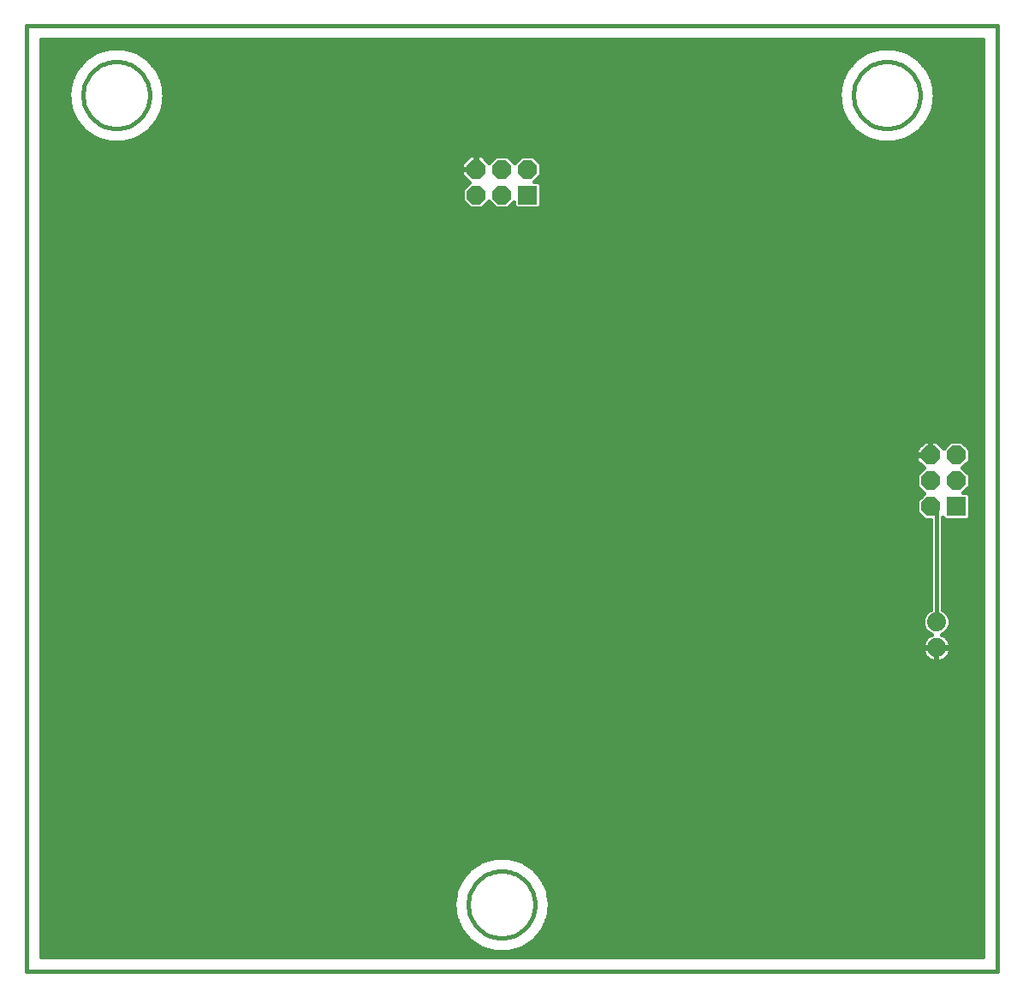
<source format=gtl>
G75*
%MOIN*%
%OFA0B0*%
%FSLAX24Y24*%
%IPPOS*%
%LPD*%
%AMOC8*
5,1,8,0,0,1.08239X$1,22.5*
%
%ADD10C,0.0160*%
%ADD11R,0.0740X0.0740*%
%ADD12OC8,0.0740*%
%ADD13C,0.0740*%
%ADD14C,0.0475*%
D10*
X000574Y000377D02*
X000574Y037188D01*
X038369Y037188D01*
X038369Y000377D01*
X000574Y000377D01*
X001134Y000937D02*
X001134Y036628D01*
X037809Y036628D01*
X037809Y000937D01*
X001134Y000937D01*
X001134Y001095D02*
X037809Y001095D01*
X037809Y001254D02*
X019760Y001254D01*
X019850Y001280D02*
X019850Y001280D01*
X020295Y001566D01*
X020295Y001566D01*
X020295Y001566D01*
X020642Y001966D01*
X020862Y002448D01*
X020937Y002971D01*
X020862Y003495D01*
X020642Y003977D01*
X020295Y004376D01*
X019850Y004663D01*
X019342Y004812D01*
X018813Y004812D01*
X018305Y004663D01*
X017860Y004376D01*
X017514Y003977D01*
X017514Y003977D01*
X017294Y003495D01*
X017218Y002971D01*
X017294Y002448D01*
X017294Y002448D01*
X017514Y001966D01*
X017860Y001566D01*
X018305Y001280D01*
X018305Y001280D01*
X018813Y001131D01*
X019342Y001131D01*
X019850Y001280D01*
X020056Y001412D02*
X037809Y001412D01*
X037809Y001571D02*
X020299Y001571D01*
X020436Y001729D02*
X037809Y001729D01*
X037809Y001888D02*
X020574Y001888D01*
X020642Y001966D02*
X020642Y001966D01*
X020678Y002046D02*
X037809Y002046D01*
X037809Y002205D02*
X020751Y002205D01*
X020823Y002363D02*
X037809Y002363D01*
X037809Y002522D02*
X020872Y002522D01*
X020862Y002448D02*
X020862Y002448D01*
X020895Y002680D02*
X037809Y002680D01*
X037809Y002839D02*
X020918Y002839D01*
X020933Y002997D02*
X037809Y002997D01*
X037809Y003156D02*
X020910Y003156D01*
X020888Y003314D02*
X037809Y003314D01*
X037809Y003473D02*
X020865Y003473D01*
X020862Y003495D02*
X020862Y003495D01*
X020799Y003631D02*
X037809Y003631D01*
X037809Y003790D02*
X020727Y003790D01*
X020655Y003948D02*
X037809Y003948D01*
X037809Y004107D02*
X020529Y004107D01*
X020642Y003977D02*
X020642Y003977D01*
X020391Y004265D02*
X037809Y004265D01*
X037809Y004424D02*
X020221Y004424D01*
X020295Y004376D02*
X020295Y004376D01*
X019975Y004582D02*
X037809Y004582D01*
X037809Y004741D02*
X019583Y004741D01*
X019850Y004663D02*
X019850Y004663D01*
X018572Y004741D02*
X001134Y004741D01*
X001134Y004899D02*
X037809Y004899D01*
X037809Y005058D02*
X001134Y005058D01*
X001134Y005216D02*
X037809Y005216D01*
X037809Y005375D02*
X001134Y005375D01*
X001134Y005533D02*
X037809Y005533D01*
X037809Y005692D02*
X001134Y005692D01*
X001134Y005850D02*
X037809Y005850D01*
X037809Y006009D02*
X001134Y006009D01*
X001134Y006167D02*
X037809Y006167D01*
X037809Y006326D02*
X001134Y006326D01*
X001134Y006484D02*
X037809Y006484D01*
X037809Y006643D02*
X001134Y006643D01*
X001134Y006801D02*
X037809Y006801D01*
X037809Y006960D02*
X001134Y006960D01*
X001134Y007118D02*
X037809Y007118D01*
X037809Y007277D02*
X001134Y007277D01*
X001134Y007435D02*
X037809Y007435D01*
X037809Y007594D02*
X001134Y007594D01*
X001134Y007752D02*
X037809Y007752D01*
X037809Y007911D02*
X001134Y007911D01*
X001134Y008069D02*
X037809Y008069D01*
X037809Y008228D02*
X001134Y008228D01*
X001134Y008386D02*
X037809Y008386D01*
X037809Y008545D02*
X001134Y008545D01*
X001134Y008703D02*
X037809Y008703D01*
X037809Y008862D02*
X001134Y008862D01*
X001134Y009020D02*
X037809Y009020D01*
X037809Y009179D02*
X001134Y009179D01*
X001134Y009337D02*
X037809Y009337D01*
X037809Y009496D02*
X001134Y009496D01*
X001134Y009654D02*
X037809Y009654D01*
X037809Y009813D02*
X001134Y009813D01*
X001134Y009971D02*
X037809Y009971D01*
X037809Y010130D02*
X001134Y010130D01*
X001134Y010288D02*
X037809Y010288D01*
X037809Y010447D02*
X001134Y010447D01*
X001134Y010605D02*
X037809Y010605D01*
X037809Y010764D02*
X001134Y010764D01*
X001134Y010922D02*
X037809Y010922D01*
X037809Y011081D02*
X001134Y011081D01*
X001134Y011239D02*
X037809Y011239D01*
X037809Y011398D02*
X001134Y011398D01*
X001134Y011556D02*
X037809Y011556D01*
X037809Y011715D02*
X001134Y011715D01*
X001134Y011873D02*
X037809Y011873D01*
X037809Y012032D02*
X001134Y012032D01*
X001134Y012190D02*
X037809Y012190D01*
X037809Y012349D02*
X001134Y012349D01*
X001134Y012507D02*
X035715Y012507D01*
X035719Y012505D02*
X035796Y012466D01*
X035878Y012439D01*
X035963Y012425D01*
X035987Y012425D01*
X035987Y012955D01*
X036027Y012955D01*
X036027Y012995D01*
X036557Y012995D01*
X036557Y013019D01*
X036543Y013104D01*
X036516Y013186D01*
X036477Y013264D01*
X036426Y013334D01*
X036365Y013395D01*
X036295Y013446D01*
X036218Y013485D01*
X036212Y013487D01*
X036307Y013526D01*
X036456Y013675D01*
X036537Y013870D01*
X036537Y014081D01*
X036456Y014275D01*
X036307Y014425D01*
X036247Y014450D01*
X036247Y018029D01*
X036334Y017941D01*
X037207Y017941D01*
X037301Y018035D01*
X037301Y018908D01*
X037207Y019001D01*
X037050Y019001D01*
X037301Y019252D01*
X037301Y019691D01*
X037020Y019971D01*
X037301Y020252D01*
X037301Y020691D01*
X036990Y021001D01*
X036551Y021001D01*
X036285Y020735D01*
X035998Y021021D01*
X035791Y021021D01*
X035791Y020491D01*
X035751Y020491D01*
X035751Y020451D01*
X035221Y020451D01*
X035221Y020244D01*
X035507Y019957D01*
X035241Y019691D01*
X035241Y019252D01*
X035521Y018971D01*
X035241Y018691D01*
X035241Y018252D01*
X035551Y017941D01*
X035767Y017941D01*
X035767Y014450D01*
X035707Y014425D01*
X035557Y014275D01*
X035477Y014081D01*
X035477Y013870D01*
X035557Y013675D01*
X035707Y013526D01*
X035801Y013487D01*
X035796Y013485D01*
X035719Y013446D01*
X035648Y013395D01*
X035587Y013334D01*
X035536Y013264D01*
X035497Y013186D01*
X035470Y013104D01*
X035457Y013019D01*
X035457Y012995D01*
X035987Y012995D01*
X035987Y012955D01*
X035457Y012955D01*
X035457Y012932D01*
X035470Y012846D01*
X035497Y012764D01*
X035536Y012687D01*
X035587Y012617D01*
X035648Y012556D01*
X035719Y012505D01*
X035552Y012666D02*
X001134Y012666D01*
X001134Y012824D02*
X035478Y012824D01*
X035482Y013141D02*
X001134Y013141D01*
X001134Y012983D02*
X035987Y012983D01*
X036027Y012983D02*
X037809Y012983D01*
X037809Y013141D02*
X036531Y013141D01*
X036451Y013300D02*
X037809Y013300D01*
X037809Y013458D02*
X036270Y013458D01*
X036398Y013617D02*
X037809Y013617D01*
X037809Y013775D02*
X036498Y013775D01*
X036537Y013934D02*
X037809Y013934D01*
X037809Y014092D02*
X036532Y014092D01*
X036466Y014251D02*
X037809Y014251D01*
X037809Y014409D02*
X036322Y014409D01*
X036247Y014568D02*
X037809Y014568D01*
X037809Y014726D02*
X036247Y014726D01*
X036247Y014885D02*
X037809Y014885D01*
X037809Y015043D02*
X036247Y015043D01*
X036247Y015202D02*
X037809Y015202D01*
X037809Y015360D02*
X036247Y015360D01*
X036247Y015519D02*
X037809Y015519D01*
X037809Y015677D02*
X036247Y015677D01*
X036247Y015836D02*
X037809Y015836D01*
X037809Y015994D02*
X036247Y015994D01*
X036247Y016153D02*
X037809Y016153D01*
X037809Y016311D02*
X036247Y016311D01*
X036247Y016470D02*
X037809Y016470D01*
X037809Y016628D02*
X036247Y016628D01*
X036247Y016787D02*
X037809Y016787D01*
X037809Y016945D02*
X036247Y016945D01*
X036247Y017104D02*
X037809Y017104D01*
X037809Y017262D02*
X036247Y017262D01*
X036247Y017421D02*
X037809Y017421D01*
X037809Y017579D02*
X036247Y017579D01*
X036247Y017738D02*
X037809Y017738D01*
X037809Y017896D02*
X036247Y017896D01*
X036007Y018235D02*
X035771Y018471D01*
X036007Y018235D02*
X036007Y013975D01*
X035516Y013775D02*
X001134Y013775D01*
X001134Y013617D02*
X035616Y013617D01*
X035743Y013458D02*
X001134Y013458D01*
X001134Y013300D02*
X035563Y013300D01*
X036027Y012955D02*
X036027Y012425D01*
X036050Y012425D01*
X036136Y012439D01*
X036218Y012466D01*
X036295Y012505D01*
X036365Y012556D01*
X036426Y012617D01*
X036477Y012687D01*
X036516Y012764D01*
X036543Y012846D01*
X036557Y012932D01*
X036557Y012955D01*
X036027Y012955D01*
X036027Y012824D02*
X035987Y012824D01*
X035987Y012666D02*
X036027Y012666D01*
X036027Y012507D02*
X035987Y012507D01*
X036298Y012507D02*
X037809Y012507D01*
X037809Y012666D02*
X036462Y012666D01*
X036536Y012824D02*
X037809Y012824D01*
X035477Y013934D02*
X001134Y013934D01*
X001134Y014092D02*
X035482Y014092D01*
X035547Y014251D02*
X001134Y014251D01*
X001134Y014409D02*
X035691Y014409D01*
X035767Y014568D02*
X001134Y014568D01*
X001134Y014726D02*
X035767Y014726D01*
X035767Y014885D02*
X001134Y014885D01*
X001134Y015043D02*
X035767Y015043D01*
X035767Y015202D02*
X001134Y015202D01*
X001134Y015360D02*
X035767Y015360D01*
X035767Y015519D02*
X001134Y015519D01*
X001134Y015677D02*
X035767Y015677D01*
X035767Y015836D02*
X001134Y015836D01*
X001134Y015994D02*
X035767Y015994D01*
X035767Y016153D02*
X001134Y016153D01*
X001134Y016311D02*
X035767Y016311D01*
X035767Y016470D02*
X001134Y016470D01*
X001134Y016628D02*
X035767Y016628D01*
X035767Y016787D02*
X001134Y016787D01*
X001134Y016945D02*
X035767Y016945D01*
X035767Y017104D02*
X001134Y017104D01*
X001134Y017262D02*
X035767Y017262D01*
X035767Y017421D02*
X001134Y017421D01*
X001134Y017579D02*
X035767Y017579D01*
X035767Y017738D02*
X001134Y017738D01*
X001134Y017896D02*
X035767Y017896D01*
X035438Y018055D02*
X001134Y018055D01*
X001134Y018213D02*
X035279Y018213D01*
X035241Y018372D02*
X001134Y018372D01*
X001134Y018530D02*
X035241Y018530D01*
X035241Y018689D02*
X001134Y018689D01*
X001134Y018847D02*
X035397Y018847D01*
X035487Y019006D02*
X001134Y019006D01*
X001134Y019164D02*
X035328Y019164D01*
X035241Y019323D02*
X001134Y019323D01*
X001134Y019481D02*
X035241Y019481D01*
X035241Y019640D02*
X001134Y019640D01*
X001134Y019798D02*
X035348Y019798D01*
X035507Y019957D02*
X001134Y019957D01*
X001134Y020115D02*
X035349Y020115D01*
X035221Y020274D02*
X001134Y020274D01*
X001134Y020432D02*
X035221Y020432D01*
X035221Y020491D02*
X035751Y020491D01*
X035751Y021021D01*
X035543Y021021D01*
X035221Y020699D01*
X035221Y020491D01*
X035221Y020591D02*
X001134Y020591D01*
X001134Y020749D02*
X035271Y020749D01*
X035429Y020908D02*
X001134Y020908D01*
X001134Y021066D02*
X037809Y021066D01*
X037809Y020908D02*
X037084Y020908D01*
X037242Y020749D02*
X037809Y020749D01*
X037809Y020591D02*
X037301Y020591D01*
X037301Y020432D02*
X037809Y020432D01*
X037809Y020274D02*
X037301Y020274D01*
X037164Y020115D02*
X037809Y020115D01*
X037809Y019957D02*
X037035Y019957D01*
X037193Y019798D02*
X037809Y019798D01*
X037809Y019640D02*
X037301Y019640D01*
X037301Y019481D02*
X037809Y019481D01*
X037809Y019323D02*
X037301Y019323D01*
X037213Y019164D02*
X037809Y019164D01*
X037809Y019006D02*
X037055Y019006D01*
X037301Y018847D02*
X037809Y018847D01*
X037809Y018689D02*
X037301Y018689D01*
X037301Y018530D02*
X037809Y018530D01*
X037809Y018372D02*
X037301Y018372D01*
X037301Y018213D02*
X037809Y018213D01*
X037809Y018055D02*
X037301Y018055D01*
X036299Y020749D02*
X036270Y020749D01*
X036112Y020908D02*
X036458Y020908D01*
X035791Y020908D02*
X035751Y020908D01*
X035751Y020749D02*
X035791Y020749D01*
X035791Y020591D02*
X035751Y020591D01*
X037809Y021225D02*
X001134Y021225D01*
X001134Y021383D02*
X037809Y021383D01*
X037809Y021542D02*
X001134Y021542D01*
X001134Y021700D02*
X037809Y021700D01*
X037809Y021859D02*
X001134Y021859D01*
X001134Y022017D02*
X037809Y022017D01*
X037809Y022176D02*
X001134Y022176D01*
X001134Y022334D02*
X037809Y022334D01*
X037809Y022493D02*
X001134Y022493D01*
X001134Y022651D02*
X037809Y022651D01*
X037809Y022810D02*
X001134Y022810D01*
X001134Y022968D02*
X037809Y022968D01*
X037809Y023127D02*
X001134Y023127D01*
X001134Y023285D02*
X037809Y023285D01*
X037809Y023444D02*
X001134Y023444D01*
X001134Y023602D02*
X037809Y023602D01*
X037809Y023761D02*
X001134Y023761D01*
X001134Y023919D02*
X037809Y023919D01*
X037809Y024078D02*
X001134Y024078D01*
X001134Y024236D02*
X037809Y024236D01*
X037809Y024395D02*
X001134Y024395D01*
X001134Y024553D02*
X037809Y024553D01*
X037809Y024712D02*
X001134Y024712D01*
X001134Y024870D02*
X037809Y024870D01*
X037809Y025029D02*
X001134Y025029D01*
X001134Y025187D02*
X037809Y025187D01*
X037809Y025346D02*
X001134Y025346D01*
X001134Y025504D02*
X037809Y025504D01*
X037809Y025663D02*
X001134Y025663D01*
X001134Y025821D02*
X037809Y025821D01*
X037809Y025980D02*
X001134Y025980D01*
X001134Y026138D02*
X037809Y026138D01*
X037809Y026297D02*
X001134Y026297D01*
X001134Y026455D02*
X037809Y026455D01*
X037809Y026614D02*
X001134Y026614D01*
X001134Y026772D02*
X037809Y026772D01*
X037809Y026931D02*
X001134Y026931D01*
X001134Y027089D02*
X037809Y027089D01*
X037809Y027248D02*
X001134Y027248D01*
X001134Y027406D02*
X037809Y027406D01*
X037809Y027565D02*
X001134Y027565D01*
X001134Y027723D02*
X037809Y027723D01*
X037809Y027882D02*
X001134Y027882D01*
X001134Y028040D02*
X037809Y028040D01*
X037809Y028199D02*
X001134Y028199D01*
X001134Y028357D02*
X037809Y028357D01*
X037809Y028516D02*
X001134Y028516D01*
X001134Y028674D02*
X037809Y028674D01*
X037809Y028833D02*
X001134Y028833D01*
X001134Y028991D02*
X037809Y028991D01*
X037809Y029150D02*
X001134Y029150D01*
X001134Y029308D02*
X037809Y029308D01*
X037809Y029467D02*
X001134Y029467D01*
X001134Y029625D02*
X037809Y029625D01*
X037809Y029784D02*
X001134Y029784D01*
X001134Y029942D02*
X037809Y029942D01*
X037809Y030101D02*
X020559Y030101D01*
X020514Y030056D02*
X020608Y030149D01*
X020608Y031022D01*
X020514Y031116D01*
X020357Y031116D01*
X020608Y031366D01*
X020608Y031805D01*
X020297Y032116D01*
X019858Y032116D01*
X019578Y031835D01*
X019297Y032116D01*
X018858Y032116D01*
X018592Y031849D01*
X018305Y032136D01*
X018098Y032136D01*
X018098Y031606D01*
X018058Y031606D01*
X018058Y032136D01*
X017850Y032136D01*
X017528Y031813D01*
X017528Y031606D01*
X018058Y031606D01*
X018058Y031566D01*
X017528Y031566D01*
X017528Y031358D01*
X017814Y031071D01*
X017548Y030805D01*
X017548Y030366D01*
X017858Y030056D01*
X018297Y030056D01*
X018578Y030336D01*
X018858Y030056D01*
X019297Y030056D01*
X019548Y030306D01*
X019548Y030149D01*
X019641Y030056D01*
X020514Y030056D01*
X020608Y030259D02*
X037809Y030259D01*
X037809Y030418D02*
X020608Y030418D01*
X020608Y030576D02*
X037809Y030576D01*
X037809Y030735D02*
X020608Y030735D01*
X020608Y030893D02*
X037809Y030893D01*
X037809Y031052D02*
X020578Y031052D01*
X020452Y031210D02*
X037809Y031210D01*
X037809Y031369D02*
X020608Y031369D01*
X020608Y031527D02*
X037809Y031527D01*
X037809Y031686D02*
X020608Y031686D01*
X020568Y031844D02*
X037809Y031844D01*
X037809Y032003D02*
X020410Y032003D01*
X019745Y032003D02*
X019410Y032003D01*
X019568Y031844D02*
X019587Y031844D01*
X018745Y032003D02*
X018438Y032003D01*
X018098Y032003D02*
X018058Y032003D01*
X018058Y031844D02*
X018098Y031844D01*
X018098Y031686D02*
X018058Y031686D01*
X017717Y032003D02*
X001134Y032003D01*
X001134Y032161D02*
X037809Y032161D01*
X037809Y032320D02*
X001134Y032320D01*
X001134Y032478D02*
X037809Y032478D01*
X037809Y032637D02*
X034362Y032637D01*
X034342Y032631D02*
X034850Y032780D01*
X035295Y033066D01*
X035295Y033066D01*
X035295Y033066D01*
X035642Y033466D01*
X035862Y033948D01*
X035937Y034471D01*
X035862Y034995D01*
X035642Y035477D01*
X035295Y035876D01*
X034850Y036163D01*
X034342Y036312D01*
X033813Y036312D01*
X033305Y036163D01*
X032860Y035876D01*
X032514Y035477D01*
X032294Y034995D01*
X032218Y034471D01*
X032294Y033948D01*
X032294Y033948D01*
X032514Y033466D01*
X032860Y033066D01*
X033305Y032780D01*
X033305Y032780D01*
X033813Y032631D01*
X034342Y032631D01*
X034850Y032780D02*
X034850Y032780D01*
X034874Y032795D02*
X037809Y032795D01*
X037809Y032954D02*
X035120Y032954D01*
X035335Y033112D02*
X037809Y033112D01*
X037809Y033271D02*
X035472Y033271D01*
X035610Y033429D02*
X037809Y033429D01*
X037809Y033588D02*
X035697Y033588D01*
X035642Y033466D02*
X035642Y033466D01*
X035770Y033746D02*
X037809Y033746D01*
X037809Y033905D02*
X035842Y033905D01*
X035862Y033948D02*
X035862Y033948D01*
X035878Y034063D02*
X037809Y034063D01*
X037809Y034222D02*
X035901Y034222D01*
X035924Y034380D02*
X037809Y034380D01*
X037809Y034539D02*
X035927Y034539D01*
X035904Y034697D02*
X037809Y034697D01*
X037809Y034856D02*
X035882Y034856D01*
X035862Y034995D02*
X035862Y034995D01*
X035853Y035014D02*
X037809Y035014D01*
X037809Y035173D02*
X035780Y035173D01*
X035708Y035331D02*
X037809Y035331D01*
X037809Y035490D02*
X035630Y035490D01*
X035642Y035477D02*
X035642Y035477D01*
X035493Y035648D02*
X037809Y035648D01*
X037809Y035807D02*
X035355Y035807D01*
X035295Y035876D02*
X035295Y035876D01*
X035157Y035965D02*
X037809Y035965D01*
X037809Y036124D02*
X034910Y036124D01*
X034850Y036163D02*
X034850Y036163D01*
X034442Y036282D02*
X037809Y036282D01*
X037809Y036441D02*
X001134Y036441D01*
X001134Y036599D02*
X037809Y036599D01*
X032779Y034471D02*
X032781Y034543D01*
X032787Y034614D01*
X032797Y034685D01*
X032810Y034755D01*
X032828Y034824D01*
X032849Y034893D01*
X032874Y034960D01*
X032903Y035025D01*
X032936Y035089D01*
X032971Y035151D01*
X033011Y035211D01*
X033053Y035269D01*
X033098Y035324D01*
X033147Y035377D01*
X033198Y035427D01*
X033252Y035474D01*
X033309Y035518D01*
X033368Y035558D01*
X033428Y035596D01*
X033491Y035630D01*
X033556Y035661D01*
X033623Y035688D01*
X033690Y035711D01*
X033759Y035730D01*
X033829Y035746D01*
X033900Y035758D01*
X033971Y035766D01*
X034042Y035770D01*
X034114Y035770D01*
X034185Y035766D01*
X034256Y035758D01*
X034327Y035746D01*
X034397Y035730D01*
X034466Y035711D01*
X034533Y035688D01*
X034600Y035661D01*
X034665Y035630D01*
X034727Y035596D01*
X034788Y035558D01*
X034847Y035518D01*
X034904Y035474D01*
X034958Y035427D01*
X035009Y035377D01*
X035058Y035324D01*
X035103Y035269D01*
X035145Y035211D01*
X035185Y035151D01*
X035220Y035089D01*
X035253Y035025D01*
X035282Y034960D01*
X035307Y034893D01*
X035328Y034824D01*
X035346Y034755D01*
X035359Y034685D01*
X035369Y034614D01*
X035375Y034543D01*
X035377Y034471D01*
X035375Y034399D01*
X035369Y034328D01*
X035359Y034257D01*
X035346Y034187D01*
X035328Y034118D01*
X035307Y034049D01*
X035282Y033982D01*
X035253Y033917D01*
X035220Y033853D01*
X035185Y033791D01*
X035145Y033731D01*
X035103Y033673D01*
X035058Y033618D01*
X035009Y033565D01*
X034958Y033515D01*
X034904Y033468D01*
X034847Y033424D01*
X034788Y033384D01*
X034728Y033346D01*
X034665Y033312D01*
X034600Y033281D01*
X034533Y033254D01*
X034466Y033231D01*
X034397Y033212D01*
X034327Y033196D01*
X034256Y033184D01*
X034185Y033176D01*
X034114Y033172D01*
X034042Y033172D01*
X033971Y033176D01*
X033900Y033184D01*
X033829Y033196D01*
X033759Y033212D01*
X033690Y033231D01*
X033623Y033254D01*
X033556Y033281D01*
X033491Y033312D01*
X033428Y033346D01*
X033368Y033384D01*
X033309Y033424D01*
X033252Y033468D01*
X033198Y033515D01*
X033147Y033565D01*
X033098Y033618D01*
X033053Y033673D01*
X033011Y033731D01*
X032971Y033791D01*
X032936Y033853D01*
X032903Y033917D01*
X032874Y033982D01*
X032849Y034049D01*
X032828Y034118D01*
X032810Y034187D01*
X032797Y034257D01*
X032787Y034328D01*
X032781Y034399D01*
X032779Y034471D01*
X032232Y034380D02*
X005924Y034380D01*
X005937Y034471D02*
X005862Y034995D01*
X005642Y035477D01*
X005295Y035876D01*
X004850Y036163D01*
X004342Y036312D01*
X003813Y036312D01*
X003305Y036163D01*
X002860Y035876D01*
X002514Y035477D01*
X002514Y035477D01*
X002294Y034995D01*
X002218Y034471D01*
X002294Y033948D01*
X002294Y033948D01*
X002514Y033466D01*
X002860Y033066D01*
X003305Y032780D01*
X003305Y032780D01*
X003813Y032631D01*
X004342Y032631D01*
X004850Y032780D01*
X005295Y033066D01*
X005295Y033066D01*
X005295Y033066D01*
X005642Y033466D01*
X005862Y033948D01*
X005937Y034471D01*
X005927Y034539D02*
X032228Y034539D01*
X032218Y034471D02*
X032218Y034471D01*
X032251Y034697D02*
X005904Y034697D01*
X005882Y034856D02*
X032274Y034856D01*
X032303Y035014D02*
X005853Y035014D01*
X005862Y034995D02*
X005862Y034995D01*
X005780Y035173D02*
X032375Y035173D01*
X032447Y035331D02*
X005708Y035331D01*
X005642Y035477D02*
X005642Y035477D01*
X005630Y035490D02*
X032525Y035490D01*
X032662Y035648D02*
X005493Y035648D01*
X005355Y035807D02*
X032800Y035807D01*
X032860Y035876D02*
X032860Y035876D01*
X032998Y035965D02*
X005157Y035965D01*
X005295Y035876D02*
X005295Y035876D01*
X004910Y036124D02*
X033245Y036124D01*
X033305Y036163D02*
X033305Y036163D01*
X033713Y036282D02*
X004442Y036282D01*
X004850Y036163D02*
X004850Y036163D01*
X003713Y036282D02*
X001134Y036282D01*
X001134Y036124D02*
X003245Y036124D01*
X003305Y036163D02*
X003305Y036163D01*
X002998Y035965D02*
X001134Y035965D01*
X001134Y035807D02*
X002800Y035807D01*
X002860Y035876D02*
X002860Y035876D01*
X002860Y035876D01*
X002662Y035648D02*
X001134Y035648D01*
X001134Y035490D02*
X002525Y035490D01*
X002447Y035331D02*
X001134Y035331D01*
X001134Y035173D02*
X002375Y035173D01*
X002303Y035014D02*
X001134Y035014D01*
X001134Y034856D02*
X002274Y034856D01*
X002294Y034995D02*
X002294Y034995D01*
X002251Y034697D02*
X001134Y034697D01*
X001134Y034539D02*
X002228Y034539D01*
X002218Y034471D02*
X002218Y034471D01*
X002232Y034380D02*
X001134Y034380D01*
X001134Y034222D02*
X002254Y034222D01*
X002277Y034063D02*
X001134Y034063D01*
X001134Y033905D02*
X002313Y033905D01*
X002386Y033746D02*
X001134Y033746D01*
X001134Y033588D02*
X002458Y033588D01*
X002514Y033466D02*
X002514Y033466D01*
X002545Y033429D02*
X001134Y033429D01*
X001134Y033271D02*
X002683Y033271D01*
X002820Y033112D02*
X001134Y033112D01*
X001134Y032954D02*
X003035Y032954D01*
X002860Y033066D02*
X002860Y033066D01*
X003282Y032795D02*
X001134Y032795D01*
X001134Y032637D02*
X003793Y032637D01*
X004362Y032637D02*
X033793Y032637D01*
X033282Y032795D02*
X004874Y032795D01*
X004850Y032780D02*
X004850Y032780D01*
X005120Y032954D02*
X033035Y032954D01*
X032860Y033066D02*
X032860Y033066D01*
X032820Y033112D02*
X005335Y033112D01*
X005472Y033271D02*
X032683Y033271D01*
X032545Y033429D02*
X005610Y033429D01*
X005642Y033466D02*
X005642Y033466D01*
X005697Y033588D02*
X032458Y033588D01*
X032514Y033466D02*
X032514Y033466D01*
X032386Y033746D02*
X005770Y033746D01*
X005842Y033905D02*
X032313Y033905D01*
X032277Y034063D02*
X005878Y034063D01*
X005862Y033948D02*
X005862Y033948D01*
X005901Y034222D02*
X032254Y034222D01*
X019548Y030259D02*
X019501Y030259D01*
X019596Y030101D02*
X019343Y030101D01*
X018813Y030101D02*
X018343Y030101D01*
X018501Y030259D02*
X018654Y030259D01*
X017813Y030101D02*
X001134Y030101D01*
X001134Y030259D02*
X017654Y030259D01*
X017548Y030418D02*
X001134Y030418D01*
X001134Y030576D02*
X017548Y030576D01*
X017548Y030735D02*
X001134Y030735D01*
X001134Y030893D02*
X017636Y030893D01*
X017794Y031052D02*
X001134Y031052D01*
X001134Y031210D02*
X017675Y031210D01*
X017528Y031369D02*
X001134Y031369D01*
X001134Y031527D02*
X017528Y031527D01*
X017528Y031686D02*
X001134Y031686D01*
X001134Y031844D02*
X017559Y031844D01*
X002779Y034471D02*
X002781Y034543D01*
X002787Y034614D01*
X002797Y034685D01*
X002810Y034755D01*
X002828Y034824D01*
X002849Y034893D01*
X002874Y034960D01*
X002903Y035025D01*
X002936Y035089D01*
X002971Y035151D01*
X003011Y035211D01*
X003053Y035269D01*
X003098Y035324D01*
X003147Y035377D01*
X003198Y035427D01*
X003252Y035474D01*
X003309Y035518D01*
X003368Y035558D01*
X003428Y035596D01*
X003491Y035630D01*
X003556Y035661D01*
X003623Y035688D01*
X003690Y035711D01*
X003759Y035730D01*
X003829Y035746D01*
X003900Y035758D01*
X003971Y035766D01*
X004042Y035770D01*
X004114Y035770D01*
X004185Y035766D01*
X004256Y035758D01*
X004327Y035746D01*
X004397Y035730D01*
X004466Y035711D01*
X004533Y035688D01*
X004600Y035661D01*
X004665Y035630D01*
X004727Y035596D01*
X004788Y035558D01*
X004847Y035518D01*
X004904Y035474D01*
X004958Y035427D01*
X005009Y035377D01*
X005058Y035324D01*
X005103Y035269D01*
X005145Y035211D01*
X005185Y035151D01*
X005220Y035089D01*
X005253Y035025D01*
X005282Y034960D01*
X005307Y034893D01*
X005328Y034824D01*
X005346Y034755D01*
X005359Y034685D01*
X005369Y034614D01*
X005375Y034543D01*
X005377Y034471D01*
X005375Y034399D01*
X005369Y034328D01*
X005359Y034257D01*
X005346Y034187D01*
X005328Y034118D01*
X005307Y034049D01*
X005282Y033982D01*
X005253Y033917D01*
X005220Y033853D01*
X005185Y033791D01*
X005145Y033731D01*
X005103Y033673D01*
X005058Y033618D01*
X005009Y033565D01*
X004958Y033515D01*
X004904Y033468D01*
X004847Y033424D01*
X004788Y033384D01*
X004728Y033346D01*
X004665Y033312D01*
X004600Y033281D01*
X004533Y033254D01*
X004466Y033231D01*
X004397Y033212D01*
X004327Y033196D01*
X004256Y033184D01*
X004185Y033176D01*
X004114Y033172D01*
X004042Y033172D01*
X003971Y033176D01*
X003900Y033184D01*
X003829Y033196D01*
X003759Y033212D01*
X003690Y033231D01*
X003623Y033254D01*
X003556Y033281D01*
X003491Y033312D01*
X003428Y033346D01*
X003368Y033384D01*
X003309Y033424D01*
X003252Y033468D01*
X003198Y033515D01*
X003147Y033565D01*
X003098Y033618D01*
X003053Y033673D01*
X003011Y033731D01*
X002971Y033791D01*
X002936Y033853D01*
X002903Y033917D01*
X002874Y033982D01*
X002849Y034049D01*
X002828Y034118D01*
X002810Y034187D01*
X002797Y034257D01*
X002787Y034328D01*
X002781Y034399D01*
X002779Y034471D01*
X001134Y004582D02*
X018180Y004582D01*
X018305Y004663D02*
X018305Y004663D01*
X017934Y004424D02*
X001134Y004424D01*
X001134Y004265D02*
X017764Y004265D01*
X017860Y004376D02*
X017860Y004376D01*
X017860Y004376D01*
X017626Y004107D02*
X001134Y004107D01*
X001134Y003948D02*
X017501Y003948D01*
X017428Y003790D02*
X001134Y003790D01*
X001134Y003631D02*
X017356Y003631D01*
X017294Y003495D02*
X017294Y003495D01*
X017291Y003473D02*
X001134Y003473D01*
X001134Y003314D02*
X017268Y003314D01*
X017245Y003156D02*
X001134Y003156D01*
X001134Y002997D02*
X017222Y002997D01*
X017218Y002971D02*
X017218Y002971D01*
X017237Y002839D02*
X001134Y002839D01*
X001134Y002680D02*
X017260Y002680D01*
X017283Y002522D02*
X001134Y002522D01*
X001134Y002363D02*
X017332Y002363D01*
X017405Y002205D02*
X001134Y002205D01*
X001134Y002046D02*
X017477Y002046D01*
X017514Y001966D02*
X017514Y001966D01*
X017581Y001888D02*
X001134Y001888D01*
X001134Y001729D02*
X017719Y001729D01*
X017856Y001571D02*
X001134Y001571D01*
X001134Y001412D02*
X018100Y001412D01*
X017860Y001566D02*
X017860Y001566D01*
X018395Y001254D02*
X001134Y001254D01*
X017779Y002971D02*
X017781Y003043D01*
X017787Y003114D01*
X017797Y003185D01*
X017810Y003255D01*
X017828Y003324D01*
X017849Y003393D01*
X017874Y003460D01*
X017903Y003525D01*
X017936Y003589D01*
X017971Y003651D01*
X018011Y003711D01*
X018053Y003769D01*
X018098Y003824D01*
X018147Y003877D01*
X018198Y003927D01*
X018252Y003974D01*
X018309Y004018D01*
X018368Y004058D01*
X018428Y004096D01*
X018491Y004130D01*
X018556Y004161D01*
X018623Y004188D01*
X018690Y004211D01*
X018759Y004230D01*
X018829Y004246D01*
X018900Y004258D01*
X018971Y004266D01*
X019042Y004270D01*
X019114Y004270D01*
X019185Y004266D01*
X019256Y004258D01*
X019327Y004246D01*
X019397Y004230D01*
X019466Y004211D01*
X019533Y004188D01*
X019600Y004161D01*
X019665Y004130D01*
X019727Y004096D01*
X019788Y004058D01*
X019847Y004018D01*
X019904Y003974D01*
X019958Y003927D01*
X020009Y003877D01*
X020058Y003824D01*
X020103Y003769D01*
X020145Y003711D01*
X020185Y003651D01*
X020220Y003589D01*
X020253Y003525D01*
X020282Y003460D01*
X020307Y003393D01*
X020328Y003324D01*
X020346Y003255D01*
X020359Y003185D01*
X020369Y003114D01*
X020375Y003043D01*
X020377Y002971D01*
X020375Y002899D01*
X020369Y002828D01*
X020359Y002757D01*
X020346Y002687D01*
X020328Y002618D01*
X020307Y002549D01*
X020282Y002482D01*
X020253Y002417D01*
X020220Y002353D01*
X020185Y002291D01*
X020145Y002231D01*
X020103Y002173D01*
X020058Y002118D01*
X020009Y002065D01*
X019958Y002015D01*
X019904Y001968D01*
X019847Y001924D01*
X019788Y001884D01*
X019728Y001846D01*
X019665Y001812D01*
X019600Y001781D01*
X019533Y001754D01*
X019466Y001731D01*
X019397Y001712D01*
X019327Y001696D01*
X019256Y001684D01*
X019185Y001676D01*
X019114Y001672D01*
X019042Y001672D01*
X018971Y001676D01*
X018900Y001684D01*
X018829Y001696D01*
X018759Y001712D01*
X018690Y001731D01*
X018623Y001754D01*
X018556Y001781D01*
X018491Y001812D01*
X018428Y001846D01*
X018368Y001884D01*
X018309Y001924D01*
X018252Y001968D01*
X018198Y002015D01*
X018147Y002065D01*
X018098Y002118D01*
X018053Y002173D01*
X018011Y002231D01*
X017971Y002291D01*
X017936Y002353D01*
X017903Y002417D01*
X017874Y002482D01*
X017849Y002549D01*
X017828Y002618D01*
X017810Y002687D01*
X017797Y002757D01*
X017787Y002828D01*
X017781Y002899D01*
X017779Y002971D01*
D11*
X036771Y018471D03*
X020078Y030586D03*
D12*
X020078Y031586D03*
X019078Y031586D03*
X018078Y031586D03*
X018078Y030586D03*
X019078Y030586D03*
X035771Y020471D03*
X035771Y019471D03*
X036771Y019471D03*
X036771Y020471D03*
X035771Y018471D03*
D13*
X036007Y013975D03*
X036007Y012975D03*
D14*
X030101Y008054D03*
X007857Y007660D03*
X008251Y029708D03*
X030692Y030101D03*
M02*

</source>
